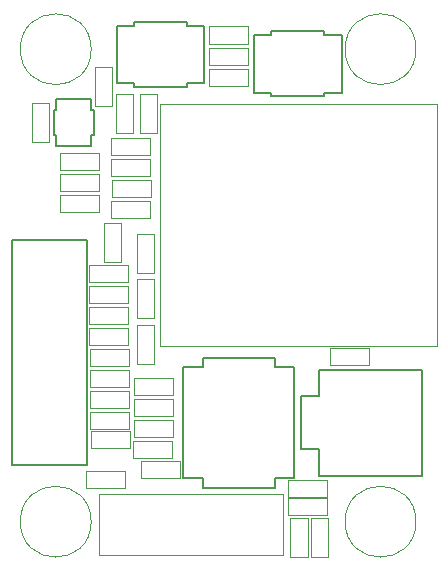
<source format=gbr>
%TF.GenerationSoftware,KiCad,Pcbnew,8.0.8*%
%TF.CreationDate,2025-04-15T16:19:57+05:30*%
%TF.ProjectId,STHDAQ_BX,53544844-4151-45f4-9258-2e6b69636164,rev?*%
%TF.SameCoordinates,Original*%
%TF.FileFunction,Other,User*%
%FSLAX46Y46*%
G04 Gerber Fmt 4.6, Leading zero omitted, Abs format (unit mm)*
G04 Created by KiCad (PCBNEW 8.0.8) date 2025-04-15 16:19:57*
%MOMM*%
%LPD*%
G01*
G04 APERTURE LIST*
%ADD10C,0.152400*%
%ADD11C,0.050000*%
%ADD12C,0.127000*%
G04 APERTURE END LIST*
D10*
%TO.C,U2*%
X173812200Y-89369900D02*
X174056000Y-89369900D01*
X173812200Y-91478100D02*
X173812200Y-89369900D01*
X174056000Y-88423001D02*
X176972000Y-88423001D01*
X174056000Y-89369900D02*
X174056000Y-88423001D01*
X174056000Y-91478100D02*
X173812200Y-91478100D01*
X174056000Y-92424999D02*
X174056000Y-91478100D01*
X176972000Y-88423001D02*
X176972000Y-89369900D01*
X176972000Y-89369900D02*
X177215800Y-89369900D01*
X176972000Y-91478100D02*
X176972000Y-92424999D01*
X176972000Y-92424999D02*
X174056000Y-92424999D01*
X177215800Y-89369900D02*
X177215800Y-91478100D01*
X177215800Y-91478100D02*
X176972000Y-91478100D01*
D11*
%TO.C,C15*%
X180880000Y-99849500D02*
X182340000Y-99849500D01*
X180880000Y-103149500D02*
X180880000Y-99849500D01*
X182340000Y-99849500D02*
X182340000Y-103149500D01*
X182340000Y-103149500D02*
X180880000Y-103149500D01*
%TO.C,R13*%
X178690000Y-91726000D02*
X181990000Y-91726000D01*
X178690000Y-93186000D02*
X178690000Y-91726000D01*
X181990000Y-91726000D02*
X181990000Y-93186000D01*
X181990000Y-93186000D02*
X178690000Y-93186000D01*
%TO.C,R8*%
X176893500Y-111374000D02*
X180193500Y-111374000D01*
X176893500Y-112834000D02*
X176893500Y-111374000D01*
X180193500Y-111374000D02*
X180193500Y-112834000D01*
X180193500Y-112834000D02*
X176893500Y-112834000D01*
%TO.C,R1*%
X186971500Y-84106000D02*
X190271500Y-84106000D01*
X186971500Y-85566000D02*
X186971500Y-84106000D01*
X190271500Y-84106000D02*
X190271500Y-85566000D01*
X190271500Y-85566000D02*
X186971500Y-85566000D01*
%TO.C,C9*%
X197232000Y-109506000D02*
X200532000Y-109506000D01*
X197232000Y-110966000D02*
X197232000Y-109506000D01*
X200532000Y-109506000D02*
X200532000Y-110966000D01*
X200532000Y-110966000D02*
X197232000Y-110966000D01*
%TO.C,C1*%
X171972000Y-88760000D02*
X173432000Y-88760000D01*
X171972000Y-92060000D02*
X171972000Y-88760000D01*
X173432000Y-88760000D02*
X173432000Y-92060000D01*
X173432000Y-92060000D02*
X171972000Y-92060000D01*
%TO.C,Y1*%
X177620000Y-121860000D02*
X177620000Y-127060000D01*
X177620000Y-127060000D02*
X193220000Y-127060000D01*
X193220000Y-121860000D02*
X177620000Y-121860000D01*
X193220000Y-127060000D02*
X193220000Y-121860000D01*
%TO.C,C7*%
X177324000Y-85726000D02*
X178784000Y-85726000D01*
X177324000Y-89026000D02*
X177324000Y-85726000D01*
X178784000Y-85726000D02*
X178784000Y-89026000D01*
X178784000Y-89026000D02*
X177324000Y-89026000D01*
%TO.C,C8*%
X181230000Y-119057500D02*
X184530000Y-119057500D01*
X181230000Y-120517500D02*
X181230000Y-119057500D01*
X184530000Y-119057500D02*
X184530000Y-120517500D01*
X184530000Y-120517500D02*
X181230000Y-120517500D01*
%TO.C,R16*%
X174372000Y-92996000D02*
X177672000Y-92996000D01*
X174372000Y-94456000D02*
X174372000Y-92996000D01*
X177672000Y-92996000D02*
X177672000Y-94456000D01*
X177672000Y-94456000D02*
X174372000Y-94456000D01*
%TO.C,H2*%
X177000000Y-84200000D02*
G75*
G02*
X171000000Y-84200000I-3000000J0D01*
G01*
X171000000Y-84200000D02*
G75*
G02*
X177000000Y-84200000I3000000J0D01*
G01*
D12*
%TO.C,P1*%
X194773000Y-113574000D02*
X196273000Y-113574000D01*
X194773000Y-118074000D02*
X194773000Y-113574000D01*
X196273000Y-111324000D02*
X205023000Y-111324000D01*
X196273000Y-113574000D02*
X196273000Y-111324000D01*
X196273000Y-118074000D02*
X194773000Y-118074000D01*
X196273000Y-120324000D02*
X196273000Y-118074000D01*
X205023000Y-111324000D02*
X205023000Y-120324000D01*
X205023000Y-120324000D02*
X196273000Y-120324000D01*
D11*
%TO.C,H4*%
X204500000Y-124200000D02*
G75*
G02*
X198500000Y-124200000I-3000000J0D01*
G01*
X198500000Y-124200000D02*
G75*
G02*
X204500000Y-124200000I3000000J0D01*
G01*
%TO.C,H1*%
X204500000Y-84200000D02*
G75*
G02*
X198500000Y-84200000I-3000000J0D01*
G01*
X198500000Y-84200000D02*
G75*
G02*
X204500000Y-84200000I3000000J0D01*
G01*
%TO.C,C3*%
X181134000Y-88012000D02*
X182594000Y-88012000D01*
X181134000Y-91312000D02*
X181134000Y-88012000D01*
X182594000Y-88012000D02*
X182594000Y-91312000D01*
X182594000Y-91312000D02*
X181134000Y-91312000D01*
D10*
%TO.C,U3*%
X179177201Y-82208500D02*
X180632100Y-82208500D01*
X179177201Y-87084500D02*
X179177201Y-82208500D01*
X179177201Y-87084500D02*
X180632100Y-87084500D01*
X180632100Y-81890600D02*
X185127900Y-81890600D01*
X180632100Y-82208500D02*
X180632100Y-81890600D01*
X180632100Y-87402400D02*
X180632100Y-87084500D01*
X185127900Y-81890600D02*
X185127900Y-82208500D01*
X185127900Y-87084500D02*
X185127900Y-87402400D01*
X185127900Y-87402400D02*
X180632100Y-87402400D01*
X186582799Y-82208500D02*
X185127900Y-82208500D01*
X186582799Y-82208500D02*
X186582799Y-87084500D01*
X186582799Y-87084500D02*
X185127900Y-87084500D01*
%TO.C,J1*%
X170260000Y-100371100D02*
X170260000Y-119438900D01*
X170260000Y-119438900D02*
X176618900Y-119438900D01*
X176618900Y-100371100D02*
X170260000Y-100371100D01*
X176618900Y-119438900D02*
X176618900Y-100371100D01*
D11*
%TO.C,C23*%
X176973500Y-116544000D02*
X180273500Y-116544000D01*
X176973500Y-118004000D02*
X176973500Y-116544000D01*
X180273500Y-116544000D02*
X180273500Y-118004000D01*
X180273500Y-118004000D02*
X176973500Y-118004000D01*
%TO.C,C21*%
X180535500Y-117380000D02*
X183835500Y-117380000D01*
X180535500Y-118840000D02*
X180535500Y-117380000D01*
X183835500Y-117380000D02*
X183835500Y-118840000D01*
X183835500Y-118840000D02*
X180535500Y-118840000D01*
%TO.C,R7*%
X176893500Y-109552000D02*
X180193500Y-109552000D01*
X176893500Y-111012000D02*
X176893500Y-109552000D01*
X180193500Y-109552000D02*
X180193500Y-111012000D01*
X180193500Y-111012000D02*
X176893500Y-111012000D01*
%TO.C,R14*%
X174372000Y-96552000D02*
X177672000Y-96552000D01*
X174372000Y-98012000D02*
X174372000Y-96552000D01*
X177672000Y-96552000D02*
X177672000Y-98012000D01*
X177672000Y-98012000D02*
X174372000Y-98012000D01*
%TO.C,C10*%
X193866000Y-123858000D02*
X195326000Y-123858000D01*
X193866000Y-127158000D02*
X193866000Y-123858000D01*
X195326000Y-123858000D02*
X195326000Y-127158000D01*
X195326000Y-127158000D02*
X193866000Y-127158000D01*
%TO.C,C17*%
X180880000Y-107570000D02*
X182340000Y-107570000D01*
X180880000Y-110870000D02*
X180880000Y-107570000D01*
X182340000Y-107570000D02*
X182340000Y-110870000D01*
X182340000Y-110870000D02*
X180880000Y-110870000D01*
%TO.C,H3*%
X177000000Y-124200000D02*
G75*
G02*
X171000000Y-124200000I-3000000J0D01*
G01*
X171000000Y-124200000D02*
G75*
G02*
X177000000Y-124200000I3000000J0D01*
G01*
%TO.C,C11*%
X195612000Y-123858000D02*
X197072000Y-123858000D01*
X195612000Y-127158000D02*
X195612000Y-123858000D01*
X197072000Y-123858000D02*
X197072000Y-127158000D01*
X197072000Y-127158000D02*
X195612000Y-127158000D01*
%TO.C,R9*%
X176893500Y-113152000D02*
X180193500Y-113152000D01*
X176893500Y-114612000D02*
X176893500Y-113152000D01*
X180193500Y-113152000D02*
X180193500Y-114612000D01*
X180193500Y-114612000D02*
X176893500Y-114612000D01*
%TO.C,C20*%
X180621500Y-115602000D02*
X183921500Y-115602000D01*
X180621500Y-117062000D02*
X180621500Y-115602000D01*
X183921500Y-115602000D02*
X183921500Y-117062000D01*
X183921500Y-117062000D02*
X180621500Y-117062000D01*
%TO.C,U5*%
X182820500Y-88810000D02*
X206320500Y-88810000D01*
X182820500Y-109310000D02*
X182820500Y-88810000D01*
X206320500Y-88810000D02*
X206320500Y-109310000D01*
X206320500Y-109310000D02*
X182820500Y-109310000D01*
%TO.C,R2*%
X178710000Y-97060000D02*
X182010000Y-97060000D01*
X178710000Y-98520000D02*
X178710000Y-97060000D01*
X182010000Y-97060000D02*
X182010000Y-98520000D01*
X182010000Y-98520000D02*
X178710000Y-98520000D01*
%TO.C,R15*%
X174372000Y-94774000D02*
X177672000Y-94774000D01*
X174372000Y-96234000D02*
X174372000Y-94774000D01*
X177672000Y-94774000D02*
X177672000Y-96234000D01*
X177672000Y-96234000D02*
X174372000Y-96234000D01*
%TO.C,C6*%
X176557500Y-119920000D02*
X179857500Y-119920000D01*
X176557500Y-121380000D02*
X176557500Y-119920000D01*
X179857500Y-119920000D02*
X179857500Y-121380000D01*
X179857500Y-121380000D02*
X176557500Y-121380000D01*
%TO.C,R3*%
X176811500Y-102484000D02*
X180111500Y-102484000D01*
X176811500Y-103944000D02*
X176811500Y-102484000D01*
X180111500Y-102484000D02*
X180111500Y-103944000D01*
X180111500Y-103944000D02*
X176811500Y-103944000D01*
%TO.C,C16*%
X180880000Y-103659500D02*
X182340000Y-103659500D01*
X180880000Y-106959500D02*
X180880000Y-103659500D01*
X182340000Y-103659500D02*
X182340000Y-106959500D01*
X182340000Y-106959500D02*
X180880000Y-106959500D01*
%TO.C,C13*%
X193676000Y-122206000D02*
X196976000Y-122206000D01*
X193676000Y-123666000D02*
X193676000Y-122206000D01*
X196976000Y-122206000D02*
X196976000Y-123666000D01*
X196976000Y-123666000D02*
X193676000Y-123666000D01*
%TO.C,R4*%
X176811500Y-104262000D02*
X180111500Y-104262000D01*
X176811500Y-105722000D02*
X176811500Y-104262000D01*
X180111500Y-104262000D02*
X180111500Y-105722000D01*
X180111500Y-105722000D02*
X176811500Y-105722000D01*
%TO.C,C18*%
X180621500Y-112046000D02*
X183921500Y-112046000D01*
X180621500Y-113506000D02*
X180621500Y-112046000D01*
X183921500Y-112046000D02*
X183921500Y-113506000D01*
X183921500Y-113506000D02*
X180621500Y-113506000D01*
%TO.C,R6*%
X176811500Y-107818000D02*
X180111500Y-107818000D01*
X176811500Y-109278000D02*
X176811500Y-107818000D01*
X180111500Y-107818000D02*
X180111500Y-109278000D01*
X180111500Y-109278000D02*
X176811500Y-109278000D01*
%TO.C,R11*%
X178730000Y-95282000D02*
X182030000Y-95282000D01*
X178730000Y-96742000D02*
X178730000Y-95282000D01*
X182030000Y-95282000D02*
X182030000Y-96742000D01*
X182030000Y-96742000D02*
X178730000Y-96742000D01*
%TO.C,R5*%
X176811500Y-106040000D02*
X180111500Y-106040000D01*
X176811500Y-107500000D02*
X176811500Y-106040000D01*
X180111500Y-106040000D02*
X180111500Y-107500000D01*
X180111500Y-107500000D02*
X176811500Y-107500000D01*
%TO.C,C14*%
X178086000Y-98934000D02*
X179546000Y-98934000D01*
X178086000Y-102234000D02*
X178086000Y-98934000D01*
X179546000Y-98934000D02*
X179546000Y-102234000D01*
X179546000Y-102234000D02*
X178086000Y-102234000D01*
D10*
%TO.C,U4*%
X190788549Y-82993000D02*
X192243448Y-82993000D01*
X190788549Y-87869000D02*
X190788549Y-82993000D01*
X190788549Y-87869000D02*
X192243448Y-87869000D01*
X192243448Y-82675100D02*
X196739248Y-82675100D01*
X192243448Y-82993000D02*
X192243448Y-82675100D01*
X192243448Y-88186900D02*
X192243448Y-87869000D01*
X196739248Y-82675100D02*
X196739248Y-82993000D01*
X196739248Y-87869000D02*
X196739248Y-88186900D01*
X196739248Y-88186900D02*
X192243448Y-88186900D01*
X198194147Y-82993000D02*
X196739248Y-82993000D01*
X198194147Y-82993000D02*
X198194147Y-87869000D01*
X198194147Y-87869000D02*
X196739248Y-87869000D01*
D11*
%TO.C,C5*%
X186971500Y-85884000D02*
X190271500Y-85884000D01*
X186971500Y-87344000D02*
X186971500Y-85884000D01*
X190271500Y-85884000D02*
X190271500Y-87344000D01*
X190271500Y-87344000D02*
X186971500Y-87344000D01*
%TO.C,C12*%
X193676000Y-120682000D02*
X196976000Y-120682000D01*
X193676000Y-122142000D02*
X193676000Y-120682000D01*
X196976000Y-120682000D02*
X196976000Y-122142000D01*
X196976000Y-122142000D02*
X193676000Y-122142000D01*
%TO.C,R12*%
X178690000Y-93504000D02*
X181990000Y-93504000D01*
X178690000Y-94964000D02*
X178690000Y-93504000D01*
X181990000Y-93504000D02*
X181990000Y-94964000D01*
X181990000Y-94964000D02*
X178690000Y-94964000D01*
D10*
%TO.C,U1*%
X184777901Y-111129500D02*
X186436000Y-111129500D01*
X184777901Y-120518500D02*
X184777901Y-111129500D01*
X184777901Y-120518500D02*
X186436000Y-120518500D01*
X186436000Y-110324900D02*
X192532000Y-110324900D01*
X186436000Y-111129500D02*
X186436000Y-110324900D01*
X186436000Y-121323100D02*
X186436000Y-120518500D01*
X192532000Y-110324900D02*
X192532000Y-111129500D01*
X192532000Y-120518500D02*
X192532000Y-121323100D01*
X192532000Y-121323100D02*
X186436000Y-121323100D01*
X194190099Y-111129500D02*
X192532000Y-111129500D01*
X194190099Y-111129500D02*
X194190099Y-120518500D01*
X194190099Y-120518500D02*
X192532000Y-120518500D01*
D11*
%TO.C,C2*%
X179084000Y-87998000D02*
X180544000Y-87998000D01*
X179084000Y-91298000D02*
X179084000Y-87998000D01*
X180544000Y-87998000D02*
X180544000Y-91298000D01*
X180544000Y-91298000D02*
X179084000Y-91298000D01*
%TO.C,R10*%
X176893500Y-114930000D02*
X180193500Y-114930000D01*
X176893500Y-116390000D02*
X176893500Y-114930000D01*
X180193500Y-114930000D02*
X180193500Y-116390000D01*
X180193500Y-116390000D02*
X176893500Y-116390000D01*
%TO.C,C4*%
X186971500Y-82268000D02*
X190271500Y-82268000D01*
X186971500Y-83728000D02*
X186971500Y-82268000D01*
X190271500Y-82268000D02*
X190271500Y-83728000D01*
X190271500Y-83728000D02*
X186971500Y-83728000D01*
%TO.C,C19*%
X180621500Y-113824000D02*
X183921500Y-113824000D01*
X180621500Y-115284000D02*
X180621500Y-113824000D01*
X183921500Y-113824000D02*
X183921500Y-115284000D01*
X183921500Y-115284000D02*
X180621500Y-115284000D01*
%TD*%
M02*

</source>
